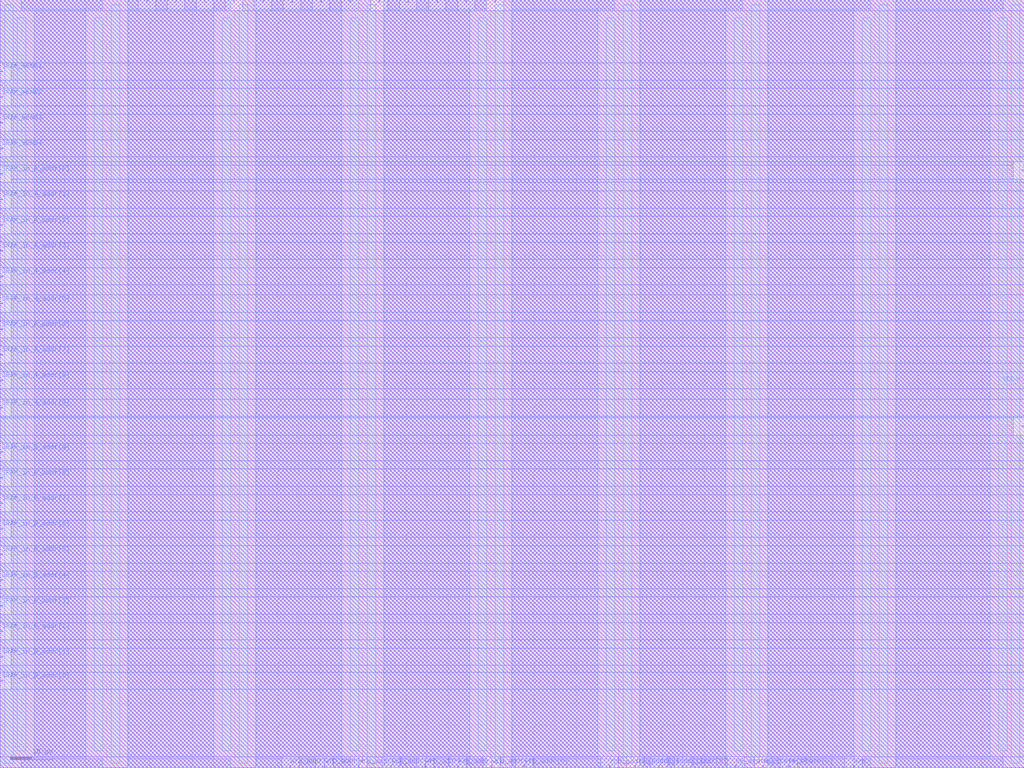
<source format=lef>
###############################################################
#  Generated by:      Cadence Innovus 21.14-s109_1
#  OS:                Linux x86_64(Host ID caen-vnc-mi11.engin.umich.edu)
#  Generated on:      Sun Apr  2 18:51:28 2023
#  Design:            Main_controller
#  Command:           write_lef_abstract /afs/umich.edu/class/eecs627/w23/groups/group4/CNN_LSTM/Main_controller/apr/controller/data/Main_controller.lef -specifyTopLayer 4 -stripePin -PGpinLayers 4
###############################################################

VERSION 5.8 ;

BUSBITCHARS "[]" ;
DIVIDERCHAR "/" ;

MACRO Main_controller
  CLASS BLOCK ;
  SIZE 240.000000 BY 180.000000 ;
  FOREIGN Main_controller 0.000000 0.000000 ;
  ORIGIN 0 0 ;
  SYMMETRY X Y R90 ;
  PIN clk
    DIRECTION INPUT ;
    USE SIGNAL ;
    ANTENNAPARTIALMETALAREA 7.46 LAYER M3  ;
    ANTENNAPARTIALMETALSIDEAREA 0.075 LAYER M3  ;
    ANTENNAMODEL OXIDE1 ;
    ANTENNAGATEAREA 0.8352 LAYER M3  ;
    ANTENNAMAXAREACAR 9.44732 LAYER M3  ;
    ANTENNAMAXSIDEAREACAR 0.0952826 LAYER M3  ;
    ANTENNAMAXCUTCAR 0.0957854 LAYER V3  ;
    PORT
      LAYER M3 ;
        RECT 239.400000 139.900000 240.000000 140.100000 ;
    END
  END clk
  PIN reset
    DIRECTION INPUT ;
    USE SIGNAL ;
    ANTENNAPARTIALMETALAREA 27.02 LAYER M3  ;
    ANTENNAPARTIALMETALSIDEAREA 0.2702 LAYER M3  ;
    ANTENNAPARTIALCUTAREA 0.04 LAYER V3  ;
    ANTENNAPARTIALMETALAREA 14.12 LAYER M4  ;
    ANTENNAPARTIALMETALSIDEAREA 0.1416 LAYER M4  ;
    ANTENNAMODEL OXIDE1 ;
    ANTENNAGATEAREA 1.932 LAYER M4  ;
    ANTENNAMAXAREACAR 25.2218 LAYER M4  ;
    ANTENNAMAXSIDEAREACAR 0.252442 LAYER M4  ;
    ANTENNAMAXCUTCAR 1.01838 LAYER V4  ;
    PORT
      LAYER M3 ;
        RECT 239.400000 79.900000 240.000000 80.100000 ;
    END
  END reset
  PIN wrb
    DIRECTION OUTPUT ;
    USE SIGNAL ;
    ANTENNAPARTIALMETALAREA 10.78 LAYER M2  ;
    ANTENNAPARTIALMETALSIDEAREA 0.1078 LAYER M2  ;
    ANTENNAPARTIALCUTAREA 0.08 LAYER V2  ;
    ANTENNAPARTIALMETALAREA 16.12 LAYER M3  ;
    ANTENNAPARTIALMETALSIDEAREA 0.1616 LAYER M3  ;
    ANTENNAPARTIALCUTAREA 0.04 LAYER V3  ;
    ANTENNADIFFAREA 2.014 LAYER M4  ;
    ANTENNAPARTIALMETALAREA 0.84 LAYER M4  ;
    ANTENNAPARTIALMETALSIDEAREA 0.0096 LAYER M4  ;
    ANTENNAMODEL OXIDE1 ;
    ANTENNAGATEAREA 0.2088 LAYER M4  ;
    ANTENNAMAXAREACAR 21.9899 LAYER M4  ;
    ANTENNAMAXSIDEAREACAR 0.229167 LAYER M4  ;
    ANTENNAMAXCUTCAR 2.87356 LAYER V4  ;
    PORT
      LAYER M2 ;
        RECT 199.900000 0.000000 200.100000 0.600000 ;
    END
  END wrb
  PIN PE_state[2]
    DIRECTION OUTPUT ;
    USE SIGNAL ;
    ANTENNAPARTIALMETALAREA 14.22 LAYER M2  ;
    ANTENNAPARTIALMETALSIDEAREA 0.1422 LAYER M2  ;
    ANTENNAPARTIALCUTAREA 0.08 LAYER V2  ;
    ANTENNADIFFAREA 2.172 LAYER M3  ;
    ANTENNAPARTIALMETALAREA 11.24 LAYER M3  ;
    ANTENNAPARTIALMETALSIDEAREA 0.1128 LAYER M3  ;
    PORT
      LAYER M2 ;
        RECT 172.300000 0.000000 172.500000 0.600000 ;
    END
  END PE_state[2]
  PIN PE_state[1]
    DIRECTION OUTPUT ;
    USE SIGNAL ;
    ANTENNAPARTIALMETALAREA 12.46 LAYER M2  ;
    ANTENNAPARTIALMETALSIDEAREA 0.1246 LAYER M2  ;
    ANTENNAPARTIALCUTAREA 0.08 LAYER V2  ;
    ANTENNADIFFAREA 3.196 LAYER M3  ;
    ANTENNAPARTIALMETALAREA 14.52 LAYER M3  ;
    ANTENNAPARTIALMETALSIDEAREA 0.1456 LAYER M3  ;
    PORT
      LAYER M2 ;
        RECT 178.700000 0.000000 178.900000 0.600000 ;
    END
  END PE_state[1]
  PIN PE_state[0]
    DIRECTION OUTPUT ;
    USE SIGNAL ;
    ANTENNAPARTIALMETALAREA 13.26 LAYER M2  ;
    ANTENNAPARTIALMETALSIDEAREA 0.1326 LAYER M2  ;
    ANTENNAPARTIALCUTAREA 0.08 LAYER V2  ;
    ANTENNADIFFAREA 3.378 LAYER M3  ;
    ANTENNAPARTIALMETALAREA 15.48 LAYER M3  ;
    ANTENNAPARTIALMETALSIDEAREA 0.1552 LAYER M3  ;
    PORT
      LAYER M2 ;
        RECT 184.700000 0.000000 184.900000 0.600000 ;
    END
  END PE_state[0]
  PIN wrb_addr[7]
    DIRECTION OUTPUT ;
    USE SIGNAL ;
    ANTENNAPARTIALMETALAREA 4.14 LAYER M2  ;
    ANTENNAPARTIALMETALSIDEAREA 0.0414 LAYER M2  ;
    ANTENNAPARTIALCUTAREA 0.08 LAYER V2  ;
    ANTENNADIFFAREA 2.014 LAYER M3  ;
    ANTENNAPARTIALMETALAREA 4 LAYER M3  ;
    ANTENNAPARTIALMETALSIDEAREA 0.0408 LAYER M3  ;
    ANTENNAMODEL OXIDE1 ;
    ANTENNAGATEAREA 0.4824 LAYER M3  ;
    ANTENNAMAXAREACAR 14.5562 LAYER M3  ;
    ANTENNAMAXSIDEAREACAR 0.153255 LAYER M3  ;
    ANTENNAMAXCUTCAR 1.72414 LAYER V3  ;
    PORT
      LAYER M2 ;
        RECT 67.900000 0.000000 68.100000 0.600000 ;
    END
  END wrb_addr[7]
  PIN wrb_addr[6]
    DIRECTION OUTPUT ;
    USE SIGNAL ;
    ANTENNAPARTIALMETALAREA 2.54 LAYER M2  ;
    ANTENNAPARTIALMETALSIDEAREA 0.0254 LAYER M2  ;
    ANTENNAPARTIALCUTAREA 0.08 LAYER V2  ;
    ANTENNADIFFAREA 2.014 LAYER M3  ;
    ANTENNAPARTIALMETALAREA 2.36 LAYER M3  ;
    ANTENNAPARTIALMETALSIDEAREA 0.024 LAYER M3  ;
    ANTENNAMODEL OXIDE1 ;
    ANTENNAGATEAREA 0.42 LAYER M3  ;
    ANTENNAMAXAREACAR 11.979 LAYER M3  ;
    ANTENNAMAXSIDEAREACAR 0.121749 LAYER M3  ;
    ANTENNAMAXCUTCAR 0.765189 LAYER V3  ;
    PORT
      LAYER M2 ;
        RECT 75.900000 0.000000 76.100000 0.600000 ;
    END
  END wrb_addr[6]
  PIN wrb_addr[5]
    DIRECTION OUTPUT ;
    USE SIGNAL ;
    ANTENNADIFFAREA 2.014 LAYER M2  ;
    ANTENNAPARTIALMETALAREA 4.32 LAYER M2  ;
    ANTENNAPARTIALMETALSIDEAREA 0.0432 LAYER M2  ;
    ANTENNAMODEL OXIDE1 ;
    ANTENNAGATEAREA 0.2136 LAYER M2  ;
    ANTENNAMAXAREACAR 20.7051 LAYER M2  ;
    ANTENNAMAXSIDEAREACAR 0.208333 LAYER M2  ;
    ANTENNAPARTIALCUTAREA 0.16 LAYER V2  ;
    ANTENNAMAXCUTCAR 0.93633 LAYER V2  ;
    ANTENNADIFFAREA 2.014 LAYER M3  ;
    ANTENNAPARTIALMETALAREA 1.52 LAYER M3  ;
    ANTENNAPARTIALMETALSIDEAREA 0.016 LAYER M3  ;
    ANTENNAGATEAREA 0.4464 LAYER M3  ;
    ANTENNAMAXAREACAR 24.1101 LAYER M3  ;
    ANTENNAMAXSIDEAREACAR 0.244176 LAYER M3  ;
    ANTENNAMAXCUTCAR 1.72414 LAYER V3  ;
    PORT
      LAYER M2 ;
        RECT 83.900000 0.000000 84.100000 0.600000 ;
    END
  END wrb_addr[5]
  PIN wrb_addr[4]
    DIRECTION OUTPUT ;
    USE SIGNAL ;
    ANTENNAPARTIALMETALAREA 1.82 LAYER M2  ;
    ANTENNAPARTIALMETALSIDEAREA 0.0182 LAYER M2  ;
    ANTENNAMODEL OXIDE1 ;
    ANTENNAGATEAREA 0.132 LAYER M2  ;
    ANTENNAMAXAREACAR 15.0939 LAYER M2  ;
    ANTENNAMAXSIDEAREACAR 0.151364 LAYER M2  ;
    ANTENNAPARTIALCUTAREA 0.08 LAYER V2  ;
    ANTENNAMAXCUTCAR 0.909091 LAYER V2  ;
    ANTENNAPARTIALMETALAREA 2.48 LAYER M3  ;
    ANTENNAPARTIALMETALSIDEAREA 0.0256 LAYER M3  ;
    ANTENNAGATEAREA 0.2952 LAYER M3  ;
    ANTENNAMAXAREACAR 23.495 LAYER M3  ;
    ANTENNAMAXSIDEAREACAR 0.238085 LAYER M3  ;
    ANTENNAPARTIALCUTAREA 0.08 LAYER V3  ;
    ANTENNAMAXCUTCAR 1.49649 LAYER V3  ;
    ANTENNADIFFAREA 2.014 LAYER M4  ;
    ANTENNAPARTIALMETALAREA 1.24 LAYER M4  ;
    ANTENNAPARTIALMETALSIDEAREA 0.0128 LAYER M4  ;
    ANTENNAGATEAREA 0.5208 LAYER M4  ;
    ANTENNAMAXAREACAR 25.876 LAYER M4  ;
    ANTENNAMAXSIDEAREACAR 0.262662 LAYER M4  ;
    ANTENNAMAXCUTCAR 1.63854 LAYER V4  ;
    PORT
      LAYER M2 ;
        RECT 91.500000 0.000000 91.700000 0.600000 ;
    END
  END wrb_addr[4]
  PIN wrb_addr[3]
    DIRECTION OUTPUT ;
    USE SIGNAL ;
    ANTENNAPARTIALMETALAREA 3.58 LAYER M2  ;
    ANTENNAPARTIALMETALSIDEAREA 0.0358 LAYER M2  ;
    ANTENNAMODEL OXIDE1 ;
    ANTENNAGATEAREA 0.0696 LAYER M2  ;
    ANTENNAMAXAREACAR 53.6782 LAYER M2  ;
    ANTENNAMAXSIDEAREACAR 0.537069 LAYER M2  ;
    ANTENNAPARTIALCUTAREA 0.08 LAYER V2  ;
    ANTENNAMAXCUTCAR 1.72414 LAYER V2  ;
    ANTENNADIFFAREA 2.014 LAYER M3  ;
    ANTENNAPARTIALMETALAREA 2.04 LAYER M3  ;
    ANTENNAPARTIALMETALSIDEAREA 0.0208 LAYER M3  ;
    ANTENNAGATEAREA 0.4152 LAYER M3  ;
    ANTENNAMAXAREACAR 58.5915 LAYER M3  ;
    ANTENNAMAXSIDEAREACAR 0.587165 LAYER M3  ;
    ANTENNAPARTIALCUTAREA 0.08 LAYER V3  ;
    ANTENNAMAXCUTCAR 1.91682 LAYER V3  ;
    ANTENNADIFFAREA 2.014 LAYER M4  ;
    ANTENNAPARTIALMETALAREA 2.44 LAYER M4  ;
    ANTENNAPARTIALMETALSIDEAREA 0.0248 LAYER M4  ;
    ANTENNAGATEAREA 0.684 LAYER M4  ;
    ANTENNAMAXAREACAR 62.1587 LAYER M4  ;
    ANTENNAMAXSIDEAREACAR 0.623423 LAYER M4  ;
    ANTENNAMAXCUTCAR 1.91682 LAYER V4  ;
    PORT
      LAYER M2 ;
        RECT 99.500000 0.000000 99.700000 0.600000 ;
    END
  END wrb_addr[3]
  PIN wrb_addr[2]
    DIRECTION OUTPUT ;
    USE SIGNAL ;
    ANTENNAPARTIALMETALAREA 2.46 LAYER M2  ;
    ANTENNAPARTIALMETALSIDEAREA 0.0246 LAYER M2  ;
    ANTENNAPARTIALCUTAREA 0.08 LAYER V2  ;
    ANTENNADIFFAREA 2.014 LAYER M3  ;
    ANTENNAPARTIALMETALAREA 1.8 LAYER M3  ;
    ANTENNAPARTIALMETALSIDEAREA 0.0184 LAYER M3  ;
    ANTENNAMODEL OXIDE1 ;
    ANTENNAGATEAREA 0.4392 LAYER M3  ;
    ANTENNAMAXAREACAR 14.0163 LAYER M3  ;
    ANTENNAMAXSIDEAREACAR 0.144202 LAYER M3  ;
    ANTENNAMAXCUTCAR 0.857199 LAYER V3  ;
    PORT
      LAYER M2 ;
        RECT 107.100000 0.000000 107.300000 0.600000 ;
    END
  END wrb_addr[2]
  PIN wrb_addr[1]
    DIRECTION OUTPUT ;
    USE SIGNAL ;
    ANTENNAPARTIALMETALAREA 2.7 LAYER M2  ;
    ANTENNAPARTIALMETALSIDEAREA 0.027 LAYER M2  ;
    ANTENNAPARTIALCUTAREA 0.08 LAYER V2  ;
    ANTENNADIFFAREA 2.014 LAYER M3  ;
    ANTENNAPARTIALMETALAREA 2.96 LAYER M3  ;
    ANTENNAPARTIALMETALSIDEAREA 0.0304 LAYER M3  ;
    ANTENNAMODEL OXIDE1 ;
    ANTENNAGATEAREA 0.3336 LAYER M3  ;
    ANTENNAMAXAREACAR 13.3925 LAYER M3  ;
    ANTENNAMAXSIDEAREACAR 0.137809 LAYER M3  ;
    ANTENNAMAXCUTCAR 0.814521 LAYER V3  ;
    PORT
      LAYER M2 ;
        RECT 115.100000 0.000000 115.300000 0.600000 ;
    END
  END wrb_addr[1]
  PIN wrb_addr[0]
    DIRECTION OUTPUT ;
    USE SIGNAL ;
    ANTENNAPARTIALMETALAREA 4.06 LAYER M2  ;
    ANTENNAPARTIALMETALSIDEAREA 0.0406 LAYER M2  ;
    ANTENNAPARTIALCUTAREA 0.08 LAYER V2  ;
    ANTENNADIFFAREA 2.014 LAYER M3  ;
    ANTENNAPARTIALMETALAREA 7.68 LAYER M3  ;
    ANTENNAPARTIALMETALSIDEAREA 0.0776 LAYER M3  ;
    ANTENNAMODEL OXIDE1 ;
    ANTENNAGATEAREA 0.2256 LAYER M3  ;
    ANTENNAMAXAREACAR 52.2724 LAYER M3  ;
    ANTENNAMAXSIDEAREACAR 0.532477 LAYER M3  ;
    ANTENNAPARTIALCUTAREA 0.08 LAYER V3  ;
    ANTENNAMAXCUTCAR 2.65346 LAYER V3  ;
    ANTENNADIFFAREA 2.014 LAYER M4  ;
    ANTENNAPARTIALMETALAREA 0.92 LAYER M4  ;
    ANTENNAPARTIALMETALSIDEAREA 0.0096 LAYER M4  ;
    ANTENNAGATEAREA 0.5616 LAYER M4  ;
    ANTENNAMAXAREACAR 53.9106 LAYER M4  ;
    ANTENNAMAXSIDEAREACAR 0.549571 LAYER M4  ;
    ANTENNAMAXCUTCAR 2.65346 LAYER V4  ;
    PORT
      LAYER M2 ;
        RECT 122.700000 0.000000 122.900000 0.600000 ;
    END
  END wrb_addr[0]
  PIN rdB_addr[3]
    DIRECTION OUTPUT ;
    USE SIGNAL ;
    ANTENNAPARTIALMETALAREA 1.26 LAYER M2  ;
    ANTENNAPARTIALMETALSIDEAREA 0.0126 LAYER M2  ;
    ANTENNAPARTIALCUTAREA 0.08 LAYER V2  ;
    ANTENNADIFFAREA 3.75 LAYER M3  ;
    ANTENNAPARTIALMETALAREA 8 LAYER M3  ;
    ANTENNAPARTIALMETALSIDEAREA 0.0808 LAYER M3  ;
    PORT
      LAYER M2 ;
        RECT 142.700000 0.000000 142.900000 0.600000 ;
    END
  END rdB_addr[3]
  PIN rdB_addr[2]
    DIRECTION OUTPUT ;
    USE SIGNAL ;
    ANTENNAPARTIALMETALAREA 5.74 LAYER M2  ;
    ANTENNAPARTIALMETALSIDEAREA 0.0574 LAYER M2  ;
    ANTENNAPARTIALCUTAREA 0.08 LAYER V2  ;
    ANTENNADIFFAREA 2.56 LAYER M3  ;
    ANTENNAPARTIALMETALAREA 5.48 LAYER M3  ;
    ANTENNAPARTIALMETALSIDEAREA 0.0552 LAYER M3  ;
    PORT
      LAYER M2 ;
        RECT 148.700000 0.000000 148.900000 0.600000 ;
    END
  END rdB_addr[2]
  PIN rdB_addr[1]
    DIRECTION OUTPUT ;
    USE SIGNAL ;
    ANTENNAPARTIALMETALAREA 8.3 LAYER M2  ;
    ANTENNAPARTIALMETALSIDEAREA 0.083 LAYER M2  ;
    ANTENNAPARTIALCUTAREA 0.08 LAYER V2  ;
    ANTENNADIFFAREA 8.58 LAYER M3  ;
    ANTENNAPARTIALMETALAREA 8.16 LAYER M3  ;
    ANTENNAPARTIALMETALSIDEAREA 0.0824 LAYER M3  ;
    ANTENNAMODEL OXIDE1 ;
    ANTENNAGATEAREA 0.4848 LAYER M3  ;
    ANTENNAMAXAREACAR 20.087 LAYER M3  ;
    ANTENNAMAXSIDEAREACAR 0.209418 LAYER M3  ;
    ANTENNAMAXCUTCAR 0.632911 LAYER V3  ;
    PORT
      LAYER M2 ;
        RECT 154.300000 0.000000 154.500000 0.600000 ;
    END
  END rdB_addr[1]
  PIN rdB_addr[0]
    DIRECTION OUTPUT ;
    USE SIGNAL ;
    ANTENNAPARTIALMETALAREA 8.62 LAYER M2  ;
    ANTENNAPARTIALMETALSIDEAREA 0.0862 LAYER M2  ;
    ANTENNAPARTIALCUTAREA 0.08 LAYER V2  ;
    ANTENNADIFFAREA 2.112 LAYER M3  ;
    ANTENNAPARTIALMETALAREA 13.92 LAYER M3  ;
    ANTENNAPARTIALMETALSIDEAREA 0.1408 LAYER M3  ;
    ANTENNAMODEL OXIDE1 ;
    ANTENNAGATEAREA 0.7488 LAYER M3  ;
    ANTENNAMAXAREACAR 46.7611 LAYER M3  ;
    ANTENNAMAXSIDEAREACAR 0.47298 LAYER M3  ;
    ANTENNAMAXCUTCAR 1.34409 LAYER V3  ;
    PORT
      LAYER M2 ;
        RECT 159.900000 0.000000 160.100000 0.600000 ;
    END
  END rdB_addr[0]
  PIN mem_addr[12]
    DIRECTION OUTPUT ;
    USE SIGNAL ;
    ANTENNAPARTIALMETALAREA 1.34 LAYER M2  ;
    ANTENNAPARTIALMETALSIDEAREA 0.0134 LAYER M2  ;
    ANTENNAPARTIALCUTAREA 0.08 LAYER V2  ;
    ANTENNADIFFAREA 2.014 LAYER M3  ;
    ANTENNAPARTIALMETALAREA 1.04 LAYER M3  ;
    ANTENNAPARTIALMETALSIDEAREA 0.0112 LAYER M3  ;
    ANTENNAMODEL OXIDE1 ;
    ANTENNAGATEAREA 0.2016 LAYER M3  ;
    ANTENNAMAXAREACAR 20.3303 LAYER M3  ;
    ANTENNAMAXSIDEAREACAR 0.209715 LAYER M3  ;
    ANTENNAMAXCUTCAR 1.94308 LAYER V3  ;
    PORT
      LAYER M2 ;
        RECT 34.300000 179.400000 34.500000 180.000000 ;
    END
  END mem_addr[12]
  PIN mem_addr[11]
    DIRECTION OUTPUT ;
    USE SIGNAL ;
    ANTENNAPARTIALMETALAREA 4.94 LAYER M2  ;
    ANTENNAPARTIALMETALSIDEAREA 0.0494 LAYER M2  ;
    ANTENNAMODEL OXIDE1 ;
    ANTENNAGATEAREA 0.2016 LAYER M2  ;
    ANTENNAMAXAREACAR 28.366 LAYER M2  ;
    ANTENNAMAXSIDEAREACAR 0.28412 LAYER M2  ;
    ANTENNAPARTIALCUTAREA 0.08 LAYER V2  ;
    ANTENNAMAXCUTCAR 1.54625 LAYER V2  ;
    ANTENNADIFFAREA 2.014 LAYER M3  ;
    ANTENNAPARTIALMETALAREA 0.76 LAYER M3  ;
    ANTENNAPARTIALMETALSIDEAREA 0.008 LAYER M3  ;
    ANTENNAGATEAREA 0.2016 LAYER M3  ;
    ANTENNAMAXAREACAR 32.1359 LAYER M3  ;
    ANTENNAMAXSIDEAREACAR 0.323803 LAYER M3  ;
    ANTENNAMAXCUTCAR 1.54625 LAYER V3  ;
    PORT
      LAYER M2 ;
        RECT 41.100000 179.400000 41.300000 180.000000 ;
    END
  END mem_addr[11]
  PIN mem_addr[10]
    DIRECTION OUTPUT ;
    USE SIGNAL ;
    ANTENNAPARTIALMETALAREA 2.96 LAYER M2  ;
    ANTENNAPARTIALMETALSIDEAREA 0.0296 LAYER M2  ;
    ANTENNAMODEL OXIDE1 ;
    ANTENNAGATEAREA 0.2808 LAYER M2  ;
    ANTENNAMAXAREACAR 12.5393 LAYER M2  ;
    ANTENNAMAXSIDEAREACAR 0.124365 LAYER M2  ;
    ANTENNAPARTIALCUTAREA 0.08 LAYER V2  ;
    ANTENNAMAXCUTCAR 0.822535 LAYER V2  ;
    ANTENNADIFFAREA 2.014 LAYER M3  ;
    ANTENNAPARTIALMETALAREA 0.88 LAYER M3  ;
    ANTENNAPARTIALMETALSIDEAREA 0.0096 LAYER M3  ;
    ANTENNAGATEAREA 0.3504 LAYER M3  ;
    ANTENNAMAXAREACAR 26.4884 LAYER M3  ;
    ANTENNAMAXSIDEAREACAR 0.273374 LAYER M3  ;
    ANTENNAMAXCUTCAR 3.44828 LAYER V3  ;
    PORT
      LAYER M2 ;
        RECT 47.900000 179.400000 48.100000 180.000000 ;
    END
  END mem_addr[10]
  PIN mem_addr[9]
    DIRECTION OUTPUT ;
    USE SIGNAL ;
    ANTENNAPARTIALMETALAREA 4.3 LAYER M2  ;
    ANTENNAPARTIALMETALSIDEAREA 0.043 LAYER M2  ;
    ANTENNAMODEL OXIDE1 ;
    ANTENNAGATEAREA 0.2808 LAYER M2  ;
    ANTENNAMAXAREACAR 17.3114 LAYER M2  ;
    ANTENNAMAXSIDEAREACAR 0.172086 LAYER M2  ;
    ANTENNAPARTIALCUTAREA 0.08 LAYER V2  ;
    ANTENNAMAXCUTCAR 0.822535 LAYER V2  ;
    ANTENNADIFFAREA 2.014 LAYER M3  ;
    ANTENNAPARTIALMETALAREA 1.04 LAYER M3  ;
    ANTENNAPARTIALMETALSIDEAREA 0.0112 LAYER M3  ;
    ANTENNAGATEAREA 0.3504 LAYER M3  ;
    ANTENNAMAXAREACAR 33.8416 LAYER M3  ;
    ANTENNAMAXSIDEAREACAR 0.346906 LAYER M3  ;
    ANTENNAMAXCUTCAR 3.44828 LAYER V3  ;
    PORT
      LAYER M2 ;
        RECT 54.700000 179.400000 54.900000 180.000000 ;
    END
  END mem_addr[9]
  PIN mem_addr[8]
    DIRECTION OUTPUT ;
    USE SIGNAL ;
    ANTENNAPARTIALMETALAREA 1.66 LAYER M2  ;
    ANTENNAPARTIALMETALSIDEAREA 0.0166 LAYER M2  ;
    ANTENNAPARTIALCUTAREA 0.08 LAYER V2  ;
    ANTENNADIFFAREA 2.014 LAYER M3  ;
    ANTENNAPARTIALMETALAREA 2.16 LAYER M3  ;
    ANTENNAPARTIALMETALSIDEAREA 0.0224 LAYER M3  ;
    ANTENNAMODEL OXIDE1 ;
    ANTENNAGATEAREA 0.5808 LAYER M3  ;
    ANTENNAMAXAREACAR 22.1148 LAYER M3  ;
    ANTENNAMAXSIDEAREACAR 0.224186 LAYER M3  ;
    ANTENNAMAXCUTCAR 2.29885 LAYER V3  ;
    PORT
      LAYER M2 ;
        RECT 61.500000 179.400000 61.700000 180.000000 ;
    END
  END mem_addr[8]
  PIN mem_addr[7]
    DIRECTION OUTPUT ;
    USE SIGNAL ;
    ANTENNAPARTIALMETALAREA 2.3 LAYER M2  ;
    ANTENNAPARTIALMETALSIDEAREA 0.023 LAYER M2  ;
    ANTENNAPARTIALCUTAREA 0.08 LAYER V2  ;
    ANTENNADIFFAREA 2.014 LAYER M3  ;
    ANTENNAPARTIALMETALAREA 2.28 LAYER M3  ;
    ANTENNAPARTIALMETALSIDEAREA 0.024 LAYER M3  ;
    ANTENNAMODEL OXIDE1 ;
    ANTENNAGATEAREA 0.3504 LAYER M3  ;
    ANTENNAMAXAREACAR 16.6908 LAYER M3  ;
    ANTENNAMAXSIDEAREACAR 0.176539 LAYER M3  ;
    ANTENNAMAXCUTCAR 3.44828 LAYER V3  ;
    PORT
      LAYER M2 ;
        RECT 68.300000 179.400000 68.500000 180.000000 ;
    END
  END mem_addr[7]
  PIN mem_addr[6]
    DIRECTION OUTPUT ;
    USE SIGNAL ;
    ANTENNAPARTIALMETALAREA 2.38 LAYER M2  ;
    ANTENNAPARTIALMETALSIDEAREA 0.0238 LAYER M2  ;
    ANTENNAPARTIALCUTAREA 0.08 LAYER V2  ;
    ANTENNADIFFAREA 2.014 LAYER M3  ;
    ANTENNAPARTIALMETALAREA 3.8 LAYER M3  ;
    ANTENNAPARTIALMETALSIDEAREA 0.0392 LAYER M3  ;
    ANTENNAMODEL OXIDE1 ;
    ANTENNAGATEAREA 0.4992 LAYER M3  ;
    ANTENNAMAXAREACAR 20.4567 LAYER M3  ;
    ANTENNAMAXSIDEAREACAR 0.20882 LAYER M3  ;
    ANTENNAMAXCUTCAR 2.29885 LAYER V3  ;
    PORT
      LAYER M2 ;
        RECT 75.100000 179.400000 75.300000 180.000000 ;
    END
  END mem_addr[6]
  PIN mem_addr[5]
    DIRECTION OUTPUT ;
    USE SIGNAL ;
    ANTENNAPARTIALMETALAREA 1.98 LAYER M2  ;
    ANTENNAPARTIALMETALSIDEAREA 0.0198 LAYER M2  ;
    ANTENNAMODEL OXIDE1 ;
    ANTENNAGATEAREA 0.1488 LAYER M2  ;
    ANTENNAMAXAREACAR 15.3044 LAYER M2  ;
    ANTENNAMAXSIDEAREACAR 0.152016 LAYER M2  ;
    ANTENNAPARTIALCUTAREA 0.08 LAYER V2  ;
    ANTENNAMAXCUTCAR 1.07527 LAYER V2  ;
    ANTENNADIFFAREA 2.014 LAYER M3  ;
    ANTENNAPARTIALMETALAREA 3.44 LAYER M3  ;
    ANTENNAPARTIALMETALSIDEAREA 0.0352 LAYER M3  ;
    ANTENNAGATEAREA 0.3504 LAYER M3  ;
    ANTENNAMAXAREACAR 47.5875 LAYER M3  ;
    ANTENNAMAXSIDEAREACAR 0.484365 LAYER M3  ;
    ANTENNAMAXCUTCAR 3.44828 LAYER V3  ;
    PORT
      LAYER M2 ;
        RECT 81.900000 179.400000 82.100000 180.000000 ;
    END
  END mem_addr[5]
  PIN mem_addr[4]
    DIRECTION OUTPUT ;
    USE SIGNAL ;
    ANTENNAPARTIALMETALAREA 1.34 LAYER M2  ;
    ANTENNAPARTIALMETALSIDEAREA 0.0134 LAYER M2  ;
    ANTENNAPARTIALCUTAREA 0.08 LAYER V2  ;
    ANTENNADIFFAREA 2.014 LAYER M3  ;
    ANTENNAPARTIALMETALAREA 2.92 LAYER M3  ;
    ANTENNAPARTIALMETALSIDEAREA 0.0304 LAYER M3  ;
    ANTENNAMODEL OXIDE1 ;
    ANTENNAGATEAREA 0.432 LAYER M3  ;
    ANTENNAMAXAREACAR 34.393 LAYER M3  ;
    ANTENNAMAXSIDEAREACAR 0.34994 LAYER M3  ;
    ANTENNAMAXCUTCAR 2.29885 LAYER V3  ;
    PORT
      LAYER M2 ;
        RECT 88.700000 179.400000 88.900000 180.000000 ;
    END
  END mem_addr[4]
  PIN mem_addr[3]
    DIRECTION OUTPUT ;
    USE SIGNAL ;
    ANTENNAPARTIALMETALAREA 1.34 LAYER M2  ;
    ANTENNAPARTIALMETALSIDEAREA 0.0134 LAYER M2  ;
    ANTENNAPARTIALCUTAREA 0.08 LAYER V2  ;
    ANTENNADIFFAREA 2.014 LAYER M3  ;
    ANTENNAPARTIALMETALAREA 1.28 LAYER M3  ;
    ANTENNAPARTIALMETALSIDEAREA 0.0136 LAYER M3  ;
    ANTENNAMODEL OXIDE1 ;
    ANTENNAGATEAREA 0.3504 LAYER M3  ;
    ANTENNAMAXAREACAR 18.0441 LAYER M3  ;
    ANTENNAMAXSIDEAREACAR 0.183121 LAYER M3  ;
    ANTENNAMAXCUTCAR 2.29885 LAYER V3  ;
    PORT
      LAYER M2 ;
        RECT 95.500000 179.400000 95.700000 180.000000 ;
    END
  END mem_addr[3]
  PIN mem_addr[2]
    DIRECTION OUTPUT ;
    USE SIGNAL ;
    ANTENNAPARTIALMETALAREA 1.98 LAYER M2  ;
    ANTENNAPARTIALMETALSIDEAREA 0.0198 LAYER M2  ;
    ANTENNAPARTIALCUTAREA 0.08 LAYER V2  ;
    ANTENNADIFFAREA 2.014 LAYER M3  ;
    ANTENNAPARTIALMETALAREA 2.68 LAYER M3  ;
    ANTENNAPARTIALMETALSIDEAREA 0.028 LAYER M3  ;
    ANTENNAMODEL OXIDE1 ;
    ANTENNAGATEAREA 0.4992 LAYER M3  ;
    ANTENNAMAXAREACAR 32.7939 LAYER M3  ;
    ANTENNAMAXSIDEAREACAR 0.33655 LAYER M3  ;
    ANTENNAMAXCUTCAR 3.44828 LAYER V3  ;
    PORT
      LAYER M2 ;
        RECT 102.300000 179.400000 102.500000 180.000000 ;
    END
  END mem_addr[2]
  PIN mem_addr[1]
    DIRECTION OUTPUT ;
    USE SIGNAL ;
    ANTENNAPARTIALMETALAREA 2.3 LAYER M2  ;
    ANTENNAPARTIALMETALSIDEAREA 0.023 LAYER M2  ;
    ANTENNAMODEL OXIDE1 ;
    ANTENNAGATEAREA 0.1488 LAYER M2  ;
    ANTENNAMAXAREACAR 16.4778 LAYER M2  ;
    ANTENNAMAXSIDEAREACAR 0.165323 LAYER M2  ;
    ANTENNAPARTIALCUTAREA 0.08 LAYER V2  ;
    ANTENNAMAXCUTCAR 0.806452 LAYER V2  ;
    ANTENNADIFFAREA 2.014 LAYER M3  ;
    ANTENNAPARTIALMETALAREA 2.08 LAYER M3  ;
    ANTENNAPARTIALMETALSIDEAREA 0.0216 LAYER M3  ;
    ANTENNAGATEAREA 0.3504 LAYER M3  ;
    ANTENNAMAXAREACAR 36.8096 LAYER M3  ;
    ANTENNAMAXSIDEAREACAR 0.376586 LAYER M3  ;
    ANTENNAMAXCUTCAR 3.44828 LAYER V3  ;
    PORT
      LAYER M2 ;
        RECT 109.100000 179.400000 109.300000 180.000000 ;
    END
  END mem_addr[1]
  PIN mem_addr[0]
    DIRECTION OUTPUT ;
    USE SIGNAL ;
    ANTENNAPARTIALMETALAREA 1.66 LAYER M2  ;
    ANTENNAPARTIALMETALSIDEAREA 0.0166 LAYER M2  ;
    ANTENNAPARTIALCUTAREA 0.08 LAYER V2  ;
    ANTENNAPARTIALMETALAREA 2.04 LAYER M3  ;
    ANTENNAPARTIALMETALSIDEAREA 0.0208 LAYER M3  ;
    ANTENNAMODEL OXIDE1 ;
    ANTENNAGATEAREA 0.1488 LAYER M3  ;
    ANTENNAMAXAREACAR 17.5894 LAYER M3  ;
    ANTENNAMAXSIDEAREACAR 0.180242 LAYER M3  ;
    ANTENNAPARTIALCUTAREA 0.08 LAYER V3  ;
    ANTENNAMAXCUTCAR 1.6129 LAYER V3  ;
    ANTENNADIFFAREA 2.014 LAYER M4  ;
    ANTENNAPARTIALMETALAREA 3.48 LAYER M4  ;
    ANTENNAPARTIALMETALSIDEAREA 0.0352 LAYER M4  ;
    ANTENNAGATEAREA 0.504 LAYER M4  ;
    ANTENNAMAXAREACAR 24.4941 LAYER M4  ;
    ANTENNAMAXSIDEAREACAR 0.250083 LAYER M4  ;
    ANTENNAMAXCUTCAR 2.52408 LAYER V4  ;
    PORT
      LAYER M2 ;
        RECT 115.900000 179.400000 116.100000 180.000000 ;
    END
  END mem_addr[0]
  PIN SRAM_in_A_addr[9]
    DIRECTION OUTPUT ;
    USE SIGNAL ;
    ANTENNADIFFAREA 2.014 LAYER M3  ;
    ANTENNAPARTIALMETALAREA 9.02 LAYER M3  ;
    ANTENNAPARTIALMETALSIDEAREA 0.0918 LAYER M3  ;
    ANTENNAMODEL OXIDE1 ;
    ANTENNAGATEAREA 0.6648 LAYER M3  ;
    ANTENNAMAXAREACAR 32.6225 LAYER M3  ;
    ANTENNAMAXSIDEAREACAR 0.330814 LAYER M3  ;
    ANTENNAMAXCUTCAR 2.12121 LAYER V3  ;
    PORT
      LAYER M3 ;
        RECT 0.000000 84.300000 0.600000 84.500000 ;
    END
  END SRAM_in_A_addr[9]
  PIN SRAM_in_A_addr[8]
    DIRECTION OUTPUT ;
    USE SIGNAL ;
    ANTENNADIFFAREA 2.014 LAYER M3  ;
    ANTENNAPARTIALMETALAREA 9.22 LAYER M3  ;
    ANTENNAPARTIALMETALSIDEAREA 0.0934 LAYER M3  ;
    ANTENNAMODEL OXIDE1 ;
    ANTENNAGATEAREA 0.6144 LAYER M3  ;
    ANTENNAMAXAREACAR 27.3121 LAYER M3  ;
    ANTENNAMAXSIDEAREACAR 0.272852 LAYER M3  ;
    ANTENNAMAXCUTCAR 1.14943 LAYER V3  ;
    PORT
      LAYER M3 ;
        RECT 0.000000 90.700000 0.600000 90.900000 ;
    END
  END SRAM_in_A_addr[8]
  PIN SRAM_in_A_addr[7]
    DIRECTION OUTPUT ;
    USE SIGNAL ;
    ANTENNAPARTIALMETALAREA 12.06 LAYER M3  ;
    ANTENNAPARTIALMETALSIDEAREA 0.1206 LAYER M3  ;
    ANTENNAMODEL OXIDE1 ;
    ANTENNAGATEAREA 0.4752 LAYER M3  ;
    ANTENNAMAXAREACAR 30.8714 LAYER M3  ;
    ANTENNAMAXSIDEAREACAR 0.310374 LAYER M3  ;
    ANTENNAPARTIALCUTAREA 0.08 LAYER V3  ;
    ANTENNAMAXCUTCAR 1.24362 LAYER V3  ;
    ANTENNADIFFAREA 4.168 LAYER M4  ;
    ANTENNAPARTIALMETALAREA 3.64 LAYER M4  ;
    ANTENNAPARTIALMETALSIDEAREA 0.0368 LAYER M4  ;
    ANTENNAGATEAREA 1.3176 LAYER M4  ;
    ANTENNAMAXAREACAR 33.634 LAYER M4  ;
    ANTENNAMAXSIDEAREACAR 0.338303 LAYER M4  ;
    ANTENNAMAXCUTCAR 1.53568 LAYER V4  ;
    PORT
      LAYER M3 ;
        RECT 0.000000 96.700000 0.600000 96.900000 ;
    END
  END SRAM_in_A_addr[7]
  PIN SRAM_in_A_addr[6]
    DIRECTION OUTPUT ;
    USE SIGNAL ;
    ANTENNAPARTIALMETALAREA 4.94 LAYER M3  ;
    ANTENNAPARTIALMETALSIDEAREA 0.0494 LAYER M3  ;
    ANTENNAPARTIALCUTAREA 0.08 LAYER V3  ;
    ANTENNADIFFAREA 4.168 LAYER M4  ;
    ANTENNAPARTIALMETALAREA 3.36 LAYER M4  ;
    ANTENNAPARTIALMETALSIDEAREA 0.0344 LAYER M4  ;
    ANTENNAMODEL OXIDE1 ;
    ANTENNAGATEAREA 1.4304 LAYER M4  ;
    ANTENNAMAXAREACAR 45.6146 LAYER M4  ;
    ANTENNAMAXSIDEAREACAR 0.464998 LAYER M4  ;
    ANTENNAMAXCUTCAR 2.9639 LAYER V4  ;
    PORT
      LAYER M3 ;
        RECT 0.000000 102.700000 0.600000 102.900000 ;
    END
  END SRAM_in_A_addr[6]
  PIN SRAM_in_A_addr[5]
    DIRECTION OUTPUT ;
    USE SIGNAL ;
    ANTENNAPARTIALMETALAREA 5.66 LAYER M3  ;
    ANTENNAPARTIALMETALSIDEAREA 0.0566 LAYER M3  ;
    ANTENNAPARTIALCUTAREA 0.08 LAYER V3  ;
    ANTENNADIFFAREA 3.996 LAYER M4  ;
    ANTENNAPARTIALMETALAREA 10.16 LAYER M4  ;
    ANTENNAPARTIALMETALSIDEAREA 0.1024 LAYER M4  ;
    ANTENNAMODEL OXIDE1 ;
    ANTENNAGATEAREA 2.0616 LAYER M4  ;
    ANTENNAMAXAREACAR 29.8738 LAYER M4  ;
    ANTENNAMAXSIDEAREACAR 0.307735 LAYER M4  ;
    ANTENNAMAXCUTCAR 1.96078 LAYER V4  ;
    PORT
      LAYER M3 ;
        RECT 0.000000 108.700000 0.600000 108.900000 ;
    END
  END SRAM_in_A_addr[5]
  PIN SRAM_in_A_addr[4]
    DIRECTION OUTPUT ;
    USE SIGNAL ;
    ANTENNADIFFAREA 2.014 LAYER M3  ;
    ANTENNAPARTIALMETALAREA 11.9 LAYER M3  ;
    ANTENNAPARTIALMETALSIDEAREA 0.119 LAYER M3  ;
    ANTENNAMODEL OXIDE1 ;
    ANTENNAGATEAREA 0.54 LAYER M3  ;
    ANTENNAMAXAREACAR 29.4508 LAYER M3  ;
    ANTENNAMAXSIDEAREACAR 0.300543 LAYER M3  ;
    ANTENNAMAXCUTCAR 1.72414 LAYER V3  ;
    PORT
      LAYER M3 ;
        RECT 0.000000 115.100000 0.600000 115.300000 ;
    END
  END SRAM_in_A_addr[4]
  PIN SRAM_in_A_addr[3]
    DIRECTION OUTPUT ;
    USE SIGNAL ;
    ANTENNADIFFAREA 4.168 LAYER M3  ;
    ANTENNAPARTIALMETALAREA 14.34 LAYER M3  ;
    ANTENNAPARTIALMETALSIDEAREA 0.1438 LAYER M3  ;
    ANTENNAMODEL OXIDE1 ;
    ANTENNAGATEAREA 0.624 LAYER M3  ;
    ANTENNAMAXAREACAR 30.3946 LAYER M3  ;
    ANTENNAMAXSIDEAREACAR 0.310621 LAYER M3  ;
    ANTENNAPARTIALCUTAREA 0.08 LAYER V3  ;
    ANTENNAMAXCUTCAR 1.85234 LAYER V3  ;
    ANTENNADIFFAREA 4.168 LAYER M4  ;
    ANTENNAPARTIALMETALAREA 0.76 LAYER M4  ;
    ANTENNAPARTIALMETALSIDEAREA 0.008 LAYER M4  ;
    ANTENNAGATEAREA 0.7824 LAYER M4  ;
    ANTENNAMAXAREACAR 31.3659 LAYER M4  ;
    ANTENNAMAXSIDEAREACAR 0.320846 LAYER M4  ;
    ANTENNAMAXCUTCAR 1.85234 LAYER V4  ;
    PORT
      LAYER M3 ;
        RECT 0.000000 121.100000 0.600000 121.300000 ;
    END
  END SRAM_in_A_addr[3]
  PIN SRAM_in_A_addr[2]
    DIRECTION OUTPUT ;
    USE SIGNAL ;
    ANTENNADIFFAREA 4.168 LAYER M3  ;
    ANTENNAPARTIALMETALAREA 14.9 LAYER M3  ;
    ANTENNAPARTIALMETALSIDEAREA 0.1502 LAYER M3  ;
    ANTENNAMODEL OXIDE1 ;
    ANTENNAGATEAREA 0.9312 LAYER M3  ;
    ANTENNAMAXAREACAR 23.1379 LAYER M3  ;
    ANTENNAMAXSIDEAREACAR 0.236171 LAYER M3  ;
    ANTENNAPARTIALCUTAREA 0.08 LAYER V3  ;
    ANTENNAMAXCUTCAR 2.00899 LAYER V3  ;
    ANTENNADIFFAREA 4.168 LAYER M4  ;
    ANTENNAPARTIALMETALAREA 9.64 LAYER M4  ;
    ANTENNAPARTIALMETALSIDEAREA 0.0968 LAYER M4  ;
    ANTENNAGATEAREA 1.2192 LAYER M4  ;
    ANTENNAMAXAREACAR 31.0447 LAYER M4  ;
    ANTENNAMAXSIDEAREACAR 0.315567 LAYER M4  ;
    ANTENNAMAXCUTCAR 2.65873 LAYER V4  ;
    PORT
      LAYER M3 ;
        RECT 0.000000 127.100000 0.600000 127.300000 ;
    END
  END SRAM_in_A_addr[2]
  PIN SRAM_in_A_addr[1]
    DIRECTION OUTPUT ;
    USE SIGNAL ;
    ANTENNADIFFAREA 4.168 LAYER M3  ;
    ANTENNAPARTIALMETALAREA 12.36 LAYER M3  ;
    ANTENNAPARTIALMETALSIDEAREA 0.124 LAYER M3  ;
    ANTENNAMODEL OXIDE1 ;
    ANTENNAGATEAREA 0.3912 LAYER M3  ;
    ANTENNAMAXAREACAR 42.5277 LAYER M3  ;
    ANTENNAMAXSIDEAREACAR 0.427609 LAYER M3  ;
    ANTENNAPARTIALCUTAREA 0.08 LAYER V3  ;
    ANTENNAMAXCUTCAR 0.983711 LAYER V3  ;
    ANTENNADIFFAREA 4.168 LAYER M4  ;
    ANTENNAPARTIALMETALAREA 2.24 LAYER M4  ;
    ANTENNAPARTIALMETALSIDEAREA 0.0232 LAYER M4  ;
    ANTENNAGATEAREA 1.3512 LAYER M4  ;
    ANTENNAMAXAREACAR 44.1855 LAYER M4  ;
    ANTENNAMAXSIDEAREACAR 0.444779 LAYER M4  ;
    ANTENNAMAXCUTCAR 1.46248 LAYER V4  ;
    PORT
      LAYER M3 ;
        RECT 0.000000 133.100000 0.600000 133.300000 ;
    END
  END SRAM_in_A_addr[1]
  PIN SRAM_in_A_addr[0]
    DIRECTION OUTPUT ;
    USE SIGNAL ;
    ANTENNAPARTIALMETALAREA 8.26 LAYER M3  ;
    ANTENNAPARTIALMETALSIDEAREA 0.083 LAYER M3  ;
    ANTENNAMODEL OXIDE1 ;
    ANTENNAGATEAREA 0.3216 LAYER M3  ;
    ANTENNAMAXAREACAR 31.8917 LAYER M3  ;
    ANTENNAMAXSIDEAREACAR 0.316867 LAYER M3  ;
    ANTENNAPARTIALCUTAREA 0.04 LAYER V3  ;
    ANTENNAMAXCUTCAR 0.641952 LAYER V3  ;
    ANTENNADIFFAREA 4.168 LAYER M4  ;
    ANTENNAPARTIALMETALAREA 5.24 LAYER M4  ;
    ANTENNAPARTIALMETALSIDEAREA 0.0528 LAYER M4  ;
    ANTENNAGATEAREA 1.2504 LAYER M4  ;
    ANTENNAMAXAREACAR 36.0823 LAYER M4  ;
    ANTENNAMAXSIDEAREACAR 0.359094 LAYER M4  ;
    ANTENNAMAXCUTCAR 1.31444 LAYER V4  ;
    PORT
      LAYER M3 ;
        RECT 0.000000 139.100000 0.600000 139.300000 ;
    END
  END SRAM_in_A_addr[0]
  PIN SRAM_in_B_addr[9]
    DIRECTION OUTPUT ;
    USE SIGNAL ;
    ANTENNAPARTIALMETALAREA 4.9 LAYER M3  ;
    ANTENNAPARTIALMETALSIDEAREA 0.0494 LAYER M3  ;
    ANTENNAMODEL OXIDE1 ;
    ANTENNAGATEAREA 0.5208 LAYER M3  ;
    ANTENNAMAXAREACAR 18.2374 LAYER M3  ;
    ANTENNAMAXSIDEAREACAR 0.180612 LAYER M3  ;
    ANTENNAPARTIALCUTAREA 0.08 LAYER V3  ;
    ANTENNAMAXCUTCAR 1.69207 LAYER V3  ;
    ANTENNADIFFAREA 2.014 LAYER M4  ;
    ANTENNAPARTIALMETALAREA 1.4 LAYER M4  ;
    ANTENNAPARTIALMETALSIDEAREA 0.0144 LAYER M4  ;
    ANTENNAGATEAREA 0.8016 LAYER M4  ;
    ANTENNAMAXAREACAR 19.9839 LAYER M4  ;
    ANTENNAMAXSIDEAREACAR 0.198576 LAYER M4  ;
    ANTENNAMAXCUTCAR 1.69207 LAYER V4  ;
    PORT
      LAYER M3 ;
        RECT 0.000000 73.900000 0.600000 74.100000 ;
    END
  END SRAM_in_B_addr[9]
  PIN SRAM_in_B_addr[8]
    DIRECTION OUTPUT ;
    USE SIGNAL ;
    ANTENNAPARTIALMETALAREA 4.86 LAYER M3  ;
    ANTENNAPARTIALMETALSIDEAREA 0.0486 LAYER M3  ;
    ANTENNAMODEL OXIDE1 ;
    ANTENNAGATEAREA 0.2328 LAYER M3  ;
    ANTENNAMAXAREACAR 27.4328 LAYER M3  ;
    ANTENNAMAXSIDEAREACAR 0.276357 LAYER M3  ;
    ANTENNAPARTIALCUTAREA 0.08 LAYER V3  ;
    ANTENNAMAXCUTCAR 1.46248 LAYER V3  ;
    ANTENNADIFFAREA 2.014 LAYER M4  ;
    ANTENNAPARTIALMETALAREA 2.2 LAYER M4  ;
    ANTENNAPARTIALMETALSIDEAREA 0.0224 LAYER M4  ;
    ANTENNAGATEAREA 0.5976 LAYER M4  ;
    ANTENNAMAXAREACAR 31.1142 LAYER M4  ;
    ANTENNAMAXSIDEAREACAR 0.31384 LAYER M4  ;
    ANTENNAMAXCUTCAR 1.94344 LAYER V4  ;
    PORT
      LAYER M3 ;
        RECT 0.000000 67.900000 0.600000 68.100000 ;
    END
  END SRAM_in_B_addr[8]
  PIN SRAM_in_B_addr[7]
    DIRECTION OUTPUT ;
    USE SIGNAL ;
    ANTENNADIFFAREA 2.014 LAYER M3  ;
    ANTENNAPARTIALMETALAREA 5.22 LAYER M3  ;
    ANTENNAPARTIALMETALSIDEAREA 0.0526 LAYER M3  ;
    ANTENNAMODEL OXIDE1 ;
    ANTENNAGATEAREA 0.6528 LAYER M3  ;
    ANTENNAMAXAREACAR 20.3543 LAYER M3  ;
    ANTENNAMAXSIDEAREACAR 0.208662 LAYER M3  ;
    ANTENNAPARTIALCUTAREA 0.08 LAYER V3  ;
    ANTENNAMAXCUTCAR 1.6377 LAYER V3  ;
    ANTENNADIFFAREA 2.014 LAYER M4  ;
    ANTENNAPARTIALMETALAREA 1 LAYER M4  ;
    ANTENNAPARTIALMETALSIDEAREA 0.0104 LAYER M4  ;
    ANTENNAGATEAREA 0.7224 LAYER M4  ;
    ANTENNAMAXAREACAR 21.7386 LAYER M4  ;
    ANTENNAMAXSIDEAREACAR 0.223059 LAYER M4  ;
    ANTENNAMAXCUTCAR 3.44828 LAYER V4  ;
    PORT
      LAYER M3 ;
        RECT 0.000000 61.900000 0.600000 62.100000 ;
    END
  END SRAM_in_B_addr[7]
  PIN SRAM_in_B_addr[6]
    DIRECTION OUTPUT ;
    USE SIGNAL ;
    ANTENNADIFFAREA 2.014 LAYER M3  ;
    ANTENNAPARTIALMETALAREA 7.42 LAYER M3  ;
    ANTENNAPARTIALMETALSIDEAREA 0.075 LAYER M3  ;
    ANTENNAMODEL OXIDE1 ;
    ANTENNAGATEAREA 0.6816 LAYER M3  ;
    ANTENNAMAXAREACAR 19.5212 LAYER M3  ;
    ANTENNAMAXSIDEAREACAR 0.202229 LAYER M3  ;
    ANTENNAMAXCUTCAR 2.29885 LAYER V3  ;
    PORT
      LAYER M3 ;
        RECT 0.000000 55.900000 0.600000 56.100000 ;
    END
  END SRAM_in_B_addr[6]
  PIN SRAM_in_B_addr[5]
    DIRECTION OUTPUT ;
    USE SIGNAL ;
    ANTENNAPARTIALMETALAREA 5.3 LAYER M3  ;
    ANTENNAPARTIALMETALSIDEAREA 0.0534 LAYER M3  ;
    ANTENNAMODEL OXIDE1 ;
    ANTENNAGATEAREA 0.5208 LAYER M3  ;
    ANTENNAMAXAREACAR 26.6761 LAYER M3  ;
    ANTENNAMAXSIDEAREACAR 0.26982 LAYER M3  ;
    ANTENNAPARTIALCUTAREA 0.08 LAYER V3  ;
    ANTENNAMAXCUTCAR 2.03564 LAYER V3  ;
    ANTENNADIFFAREA 2.014 LAYER M4  ;
    ANTENNAPARTIALMETALAREA 0.76 LAYER M4  ;
    ANTENNAPARTIALMETALSIDEAREA 0.008 LAYER M4  ;
    ANTENNAGATEAREA 0.6504 LAYER M4  ;
    ANTENNAMAXAREACAR 27.8446 LAYER M4  ;
    ANTENNAMAXSIDEAREACAR 0.28212 LAYER M4  ;
    ANTENNAMAXCUTCAR 2.16049 LAYER V4  ;
    PORT
      LAYER M3 ;
        RECT 0.000000 49.900000 0.600000 50.100000 ;
    END
  END SRAM_in_B_addr[5]
  PIN SRAM_in_B_addr[4]
    DIRECTION OUTPUT ;
    USE SIGNAL ;
    ANTENNADIFFAREA 2.014 LAYER M3  ;
    ANTENNAPARTIALMETALAREA 5.42 LAYER M3  ;
    ANTENNAPARTIALMETALSIDEAREA 0.055 LAYER M3  ;
    ANTENNAMODEL OXIDE1 ;
    ANTENNAGATEAREA 0.5064 LAYER M3  ;
    ANTENNAMAXAREACAR 23.1858 LAYER M3  ;
    ANTENNAMAXSIDEAREACAR 0.239644 LAYER M3  ;
    ANTENNAMAXCUTCAR 2.29885 LAYER V3  ;
    PORT
      LAYER M3 ;
        RECT 0.000000 43.900000 0.600000 44.100000 ;
    END
  END SRAM_in_B_addr[4]
  PIN SRAM_in_B_addr[3]
    DIRECTION OUTPUT ;
    USE SIGNAL ;
    ANTENNADIFFAREA 2.014 LAYER M3  ;
    ANTENNAPARTIALMETALAREA 6.06 LAYER M3  ;
    ANTENNAPARTIALMETALSIDEAREA 0.0614 LAYER M3  ;
    ANTENNAMODEL OXIDE1 ;
    ANTENNAGATEAREA 0.4272 LAYER M3  ;
    ANTENNAMAXAREACAR 20.921 LAYER M3  ;
    ANTENNAMAXSIDEAREACAR 0.21729 LAYER M3  ;
    ANTENNAMAXCUTCAR 2.29885 LAYER V3  ;
    PORT
      LAYER M3 ;
        RECT 0.000000 37.900000 0.600000 38.100000 ;
    END
  END SRAM_in_B_addr[3]
  PIN SRAM_in_B_addr[2]
    DIRECTION OUTPUT ;
    USE SIGNAL ;
    ANTENNADIFFAREA 2.014 LAYER M3  ;
    ANTENNAPARTIALMETALAREA 5.02 LAYER M3  ;
    ANTENNAPARTIALMETALSIDEAREA 0.051 LAYER M3  ;
    ANTENNAMODEL OXIDE1 ;
    ANTENNAGATEAREA 1.0968 LAYER M3  ;
    ANTENNAMAXAREACAR 29.7034 LAYER M3  ;
    ANTENNAMAXSIDEAREACAR 0.30397 LAYER M3  ;
    ANTENNAMAXCUTCAR 3.44828 LAYER V3  ;
    PORT
      LAYER M3 ;
        RECT 0.000000 31.900000 0.600000 32.100000 ;
    END
  END SRAM_in_B_addr[2]
  PIN SRAM_in_B_addr[1]
    DIRECTION OUTPUT ;
    USE SIGNAL ;
    ANTENNADIFFAREA 2.014 LAYER M3  ;
    ANTENNAPARTIALMETALAREA 5.98 LAYER M3  ;
    ANTENNAPARTIALMETALSIDEAREA 0.0606 LAYER M3  ;
    ANTENNAMODEL OXIDE1 ;
    ANTENNAGATEAREA 1.056 LAYER M3  ;
    ANTENNAMAXAREACAR 18.3212 LAYER M3  ;
    ANTENNAMAXSIDEAREACAR 0.185973 LAYER M3  ;
    ANTENNAMAXCUTCAR 1.76671 LAYER V3  ;
    PORT
      LAYER M3 ;
        RECT 0.000000 25.900000 0.600000 26.100000 ;
    END
  END SRAM_in_B_addr[1]
  PIN SRAM_in_B_addr[0]
    DIRECTION OUTPUT ;
    USE SIGNAL ;
    ANTENNADIFFAREA 3.488 LAYER M3  ;
    ANTENNAPARTIALMETALAREA 11.26 LAYER M3  ;
    ANTENNAPARTIALMETALSIDEAREA 0.1134 LAYER M3  ;
    ANTENNAMODEL OXIDE1 ;
    ANTENNAGATEAREA 1.2096 LAYER M3  ;
    ANTENNAMAXAREACAR 44.4371 LAYER M3  ;
    ANTENNAMAXSIDEAREACAR 0.452083 LAYER M3  ;
    ANTENNAMAXCUTCAR 3.20513 LAYER V3  ;
    PORT
      LAYER M3 ;
        RECT 0.000000 20.300000 0.600000 20.500000 ;
    END
  END SRAM_in_B_addr[0]
  PIN SRAM_WENB1
    DIRECTION OUTPUT ;
    USE SIGNAL ;
    ANTENNAPARTIALMETALAREA 5.3 LAYER M3  ;
    ANTENNAPARTIALMETALSIDEAREA 0.0534 LAYER M3  ;
    ANTENNAMODEL OXIDE1 ;
    ANTENNAGATEAREA 0.1728 LAYER M3  ;
    ANTENNAMAXAREACAR 32.588 LAYER M3  ;
    ANTENNAMAXSIDEAREACAR 0.33125 LAYER M3  ;
    ANTENNAPARTIALCUTAREA 0.08 LAYER V3  ;
    ANTENNAMAXCUTCAR 1.15741 LAYER V3  ;
    ANTENNADIFFAREA 2.848 LAYER M4  ;
    ANTENNAPARTIALMETALAREA 2.44 LAYER M4  ;
    ANTENNAPARTIALMETALSIDEAREA 0.0248 LAYER M4  ;
    ANTENNAGATEAREA 0.1728 LAYER M4  ;
    ANTENNAMAXAREACAR 46.7083 LAYER M4  ;
    ANTENNAMAXSIDEAREACAR 0.474769 LAYER M4  ;
    ANTENNAMAXCUTCAR 1.15741 LAYER V4  ;
    PORT
      LAYER M3 ;
        RECT 0.000000 163.100000 0.600000 163.300000 ;
    END
  END SRAM_WENB1
  PIN SRAM_WENB2
    DIRECTION OUTPUT ;
    USE SIGNAL ;
    ANTENNADIFFAREA 2.848 LAYER M3  ;
    ANTENNAPARTIALMETALAREA 5.5 LAYER M3  ;
    ANTENNAPARTIALMETALSIDEAREA 0.055 LAYER M3  ;
    ANTENNAMODEL OXIDE1 ;
    ANTENNAGATEAREA 0.3456 LAYER M3  ;
    ANTENNAMAXAREACAR 22.6412 LAYER M3  ;
    ANTENNAMAXSIDEAREACAR 0.226042 LAYER M3  ;
    ANTENNAMAXCUTCAR 0.694444 LAYER V3  ;
    PORT
      LAYER M3 ;
        RECT 0.000000 157.100000 0.600000 157.300000 ;
    END
  END SRAM_WENB2
  PIN SRAM_WENB3
    DIRECTION OUTPUT ;
    USE SIGNAL ;
    ANTENNADIFFAREA 2.848 LAYER M3  ;
    ANTENNAPARTIALMETALAREA 5.24 LAYER M3  ;
    ANTENNAPARTIALMETALSIDEAREA 0.0528 LAYER M3  ;
    ANTENNAMODEL OXIDE1 ;
    ANTENNAGATEAREA 0.3456 LAYER M3  ;
    ANTENNAMAXAREACAR 22.1713 LAYER M3  ;
    ANTENNAMAXSIDEAREACAR 0.225926 LAYER M3  ;
    ANTENNAMAXCUTCAR 1.38889 LAYER V3  ;
    PORT
      LAYER M3 ;
        RECT 0.000000 151.100000 0.600000 151.300000 ;
    END
  END SRAM_WENB3
  PIN SRAM_WENB4
    DIRECTION OUTPUT ;
    USE SIGNAL ;
    ANTENNAPARTIALMETALAREA 5.06 LAYER M3  ;
    ANTENNAPARTIALMETALSIDEAREA 0.051 LAYER M3  ;
    ANTENNAMODEL OXIDE1 ;
    ANTENNAGATEAREA 0.1728 LAYER M3  ;
    ANTENNAMAXAREACAR 32.4213 LAYER M3  ;
    ANTENNAMAXSIDEAREACAR 0.327315 LAYER M3  ;
    ANTENNAPARTIALCUTAREA 0.08 LAYER V3  ;
    ANTENNAMAXCUTCAR 1.38889 LAYER V3  ;
    ANTENNADIFFAREA 2.848 LAYER M4  ;
    ANTENNAPARTIALMETALAREA 7.44 LAYER M4  ;
    ANTENNAPARTIALMETALSIDEAREA 0.0752 LAYER M4  ;
    ANTENNAGATEAREA 0.42 LAYER M4  ;
    ANTENNAMAXAREACAR 50.1356 LAYER M4  ;
    ANTENNAMAXSIDEAREACAR 0.506362 LAYER M4  ;
    ANTENNAMAXCUTCAR 2.68817 LAYER V4  ;
    PORT
      LAYER M3 ;
        RECT 0.000000 145.100000 0.600000 145.300000 ;
    END
  END SRAM_WENB4
  PIN VSS
    DIRECTION INOUT ;
    USE GROUND ;

# P/G power stripe data as pin
    PORT
      LAYER M4 ;
        RECT 56.000000 1.000000 58.000000 178.800000 ;
        RECT 26.000000 1.000000 28.000000 178.800000 ;
        RECT 1.000000 1.000000 3.000000 178.800000 ;
        RECT 116.000000 1.000000 118.000000 178.800000 ;
        RECT 86.000000 1.000000 88.000000 178.800000 ;
        RECT 146.000000 1.000000 148.000000 178.800000 ;
        RECT 176.000000 1.000000 178.000000 178.800000 ;
        RECT 206.000000 1.000000 208.000000 178.800000 ;
        RECT 237.000000 1.000000 239.000000 178.800000 ;
    END
# end of P/G power stripe data as pin

  END VSS
  PIN VDD
    DIRECTION INOUT ;
    USE POWER ;

# P/G power stripe data as pin
    PORT
      LAYER M4 ;
        RECT 52.000000 4.000000 54.000000 175.800000 ;
        RECT 22.000000 4.000000 24.000000 175.800000 ;
        RECT 4.000000 4.000000 6.000000 175.800000 ;
        RECT 112.000000 4.000000 114.000000 175.800000 ;
        RECT 82.000000 4.000000 84.000000 175.800000 ;
        RECT 142.000000 4.000000 144.000000 175.800000 ;
        RECT 172.000000 4.000000 174.000000 175.800000 ;
        RECT 202.000000 4.000000 204.000000 175.800000 ;
        RECT 234.000000 4.000000 236.000000 175.800000 ;
    END
# end of P/G power stripe data as pin

  END VDD
  OBS
    LAYER M1 ;
      RECT 0.000000 0.000000 240.000000 180.000000 ;
    LAYER M2 ;
      RECT 118.020000 177.480000 240.000000 180.000000 ;
      RECT 111.220000 177.480000 113.980000 180.000000 ;
      RECT 104.420000 177.480000 107.180000 180.000000 ;
      RECT 97.620000 177.480000 100.380000 180.000000 ;
      RECT 90.820000 177.480000 93.580000 180.000000 ;
      RECT 84.020000 177.480000 86.780000 180.000000 ;
      RECT 77.220000 177.480000 79.980000 180.000000 ;
      RECT 70.420000 177.480000 73.180000 180.000000 ;
      RECT 63.620000 177.480000 66.380000 180.000000 ;
      RECT 56.820000 177.480000 59.580000 180.000000 ;
      RECT 50.020000 177.480000 52.780000 180.000000 ;
      RECT 43.220000 177.480000 45.980000 180.000000 ;
      RECT 36.420000 177.480000 39.180000 180.000000 ;
      RECT 0.000000 177.480000 32.380000 180.000000 ;
      RECT 0.000000 2.520000 240.000000 177.480000 ;
      RECT 202.020000 0.000000 240.000000 2.520000 ;
      RECT 186.820000 0.000000 197.980000 2.520000 ;
      RECT 180.820000 0.000000 182.780000 2.520000 ;
      RECT 174.420000 0.000000 176.780000 2.520000 ;
      RECT 162.020000 0.000000 170.380000 2.520000 ;
      RECT 156.420000 0.000000 157.980000 2.520000 ;
      RECT 150.820000 0.000000 152.380000 2.520000 ;
      RECT 144.820000 0.000000 146.780000 2.520000 ;
      RECT 124.820000 0.000000 140.780000 2.520000 ;
      RECT 117.220000 0.000000 120.780000 2.520000 ;
      RECT 109.220000 0.000000 113.180000 2.520000 ;
      RECT 101.620000 0.000000 105.180000 2.520000 ;
      RECT 93.620000 0.000000 97.580000 2.520000 ;
      RECT 86.020000 0.000000 89.580000 2.520000 ;
      RECT 78.020000 0.000000 81.980000 2.520000 ;
      RECT 70.020000 0.000000 73.980000 2.520000 ;
      RECT 0.000000 0.000000 65.980000 2.520000 ;
    LAYER M3 ;
      RECT 0.000000 165.220000 240.000000 180.000000 ;
      RECT 2.520000 161.180000 240.000000 165.220000 ;
      RECT 0.000000 159.220000 240.000000 161.180000 ;
      RECT 2.520000 155.180000 240.000000 159.220000 ;
      RECT 0.000000 153.220000 240.000000 155.180000 ;
      RECT 2.520000 149.180000 240.000000 153.220000 ;
      RECT 0.000000 147.220000 240.000000 149.180000 ;
      RECT 2.520000 143.180000 240.000000 147.220000 ;
      RECT 0.000000 142.020000 240.000000 143.180000 ;
      RECT 0.000000 141.220000 237.480000 142.020000 ;
      RECT 2.520000 137.980000 237.480000 141.220000 ;
      RECT 2.520000 137.180000 240.000000 137.980000 ;
      RECT 0.000000 135.220000 240.000000 137.180000 ;
      RECT 2.520000 131.180000 240.000000 135.220000 ;
      RECT 0.000000 129.220000 240.000000 131.180000 ;
      RECT 2.520000 125.180000 240.000000 129.220000 ;
      RECT 0.000000 123.220000 240.000000 125.180000 ;
      RECT 2.520000 119.180000 240.000000 123.220000 ;
      RECT 0.000000 117.220000 240.000000 119.180000 ;
      RECT 2.520000 113.180000 240.000000 117.220000 ;
      RECT 0.000000 110.820000 240.000000 113.180000 ;
      RECT 2.520000 106.780000 240.000000 110.820000 ;
      RECT 0.000000 104.820000 240.000000 106.780000 ;
      RECT 2.520000 100.780000 240.000000 104.820000 ;
      RECT 0.000000 98.820000 240.000000 100.780000 ;
      RECT 2.520000 94.780000 240.000000 98.820000 ;
      RECT 0.000000 92.820000 240.000000 94.780000 ;
      RECT 2.520000 88.780000 240.000000 92.820000 ;
      RECT 0.000000 86.420000 240.000000 88.780000 ;
      RECT 2.520000 82.380000 240.000000 86.420000 ;
      RECT 0.000000 82.020000 240.000000 82.380000 ;
      RECT 0.000000 77.980000 237.480000 82.020000 ;
      RECT 0.000000 76.020000 240.000000 77.980000 ;
      RECT 2.520000 71.980000 240.000000 76.020000 ;
      RECT 0.000000 70.020000 240.000000 71.980000 ;
      RECT 2.520000 65.980000 240.000000 70.020000 ;
      RECT 0.000000 64.020000 240.000000 65.980000 ;
      RECT 2.520000 59.980000 240.000000 64.020000 ;
      RECT 0.000000 58.020000 240.000000 59.980000 ;
      RECT 2.520000 53.980000 240.000000 58.020000 ;
      RECT 0.000000 52.020000 240.000000 53.980000 ;
      RECT 2.520000 47.980000 240.000000 52.020000 ;
      RECT 0.000000 46.020000 240.000000 47.980000 ;
      RECT 2.520000 41.980000 240.000000 46.020000 ;
      RECT 0.000000 40.020000 240.000000 41.980000 ;
      RECT 2.520000 35.980000 240.000000 40.020000 ;
      RECT 0.000000 34.020000 240.000000 35.980000 ;
      RECT 2.520000 29.980000 240.000000 34.020000 ;
      RECT 0.000000 28.020000 240.000000 29.980000 ;
      RECT 2.520000 23.980000 240.000000 28.020000 ;
      RECT 0.000000 22.420000 240.000000 23.980000 ;
      RECT 2.520000 18.380000 240.000000 22.420000 ;
      RECT 0.000000 0.000000 240.000000 18.380000 ;
    LAYER M4 ;
      RECT 209.920000 177.720000 235.080000 180.000000 ;
      RECT 179.920000 177.720000 204.080000 180.000000 ;
      RECT 149.920000 177.720000 174.080000 180.000000 ;
      RECT 119.920000 177.720000 144.080000 180.000000 ;
      RECT 89.920000 177.720000 114.080000 180.000000 ;
      RECT 59.920000 177.720000 84.080000 180.000000 ;
      RECT 29.920000 177.720000 54.080000 180.000000 ;
      RECT 4.920000 177.720000 24.080000 180.000000 ;
      RECT 209.920000 2.080000 232.080000 177.720000 ;
      RECT 179.920000 2.080000 200.080000 177.720000 ;
      RECT 149.920000 2.080000 170.080000 177.720000 ;
      RECT 119.920000 2.080000 140.080000 177.720000 ;
      RECT 89.920000 2.080000 110.080000 177.720000 ;
      RECT 59.920000 2.080000 80.080000 177.720000 ;
      RECT 29.920000 2.080000 50.080000 177.720000 ;
      RECT 7.920000 2.080000 20.080000 177.720000 ;
      RECT 209.920000 0.000000 235.080000 2.080000 ;
      RECT 179.920000 0.000000 204.080000 2.080000 ;
      RECT 149.920000 0.000000 174.080000 2.080000 ;
      RECT 119.920000 0.000000 144.080000 2.080000 ;
      RECT 89.920000 0.000000 114.080000 2.080000 ;
      RECT 59.920000 0.000000 84.080000 2.080000 ;
      RECT 29.920000 0.000000 54.080000 2.080000 ;
      RECT 4.920000 0.000000 24.080000 2.080000 ;
  END
END Main_controller

END LIBRARY

</source>
